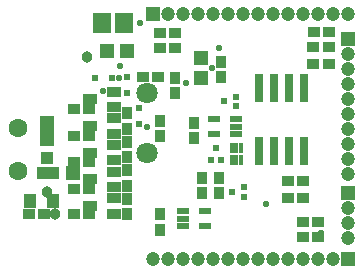
<source format=gts>
%FSAX25Y25*%
%MOIN*%
G70*
G01*
G75*
G04 Layer_Color=8388736*
%ADD10R,0.02362X0.08661*%
%ADD11R,0.03543X0.02756*%
%ADD12R,0.02756X0.03543*%
%ADD13R,0.03622X0.01575*%
%ADD14R,0.01575X0.01575*%
%ADD15R,0.05118X0.05906*%
%ADD16R,0.01575X0.01575*%
%ADD17R,0.03937X0.02756*%
%ADD18R,0.04331X0.03937*%
%ADD19R,0.03347X0.03937*%
%ADD20R,0.03347X0.03937*%
%ADD21R,0.00866X0.02756*%
%ADD22R,0.03937X0.04331*%
%ADD23R,0.03937X0.09055*%
%ADD24C,0.01000*%
%ADD25C,0.00800*%
%ADD26C,0.01200*%
%ADD27C,0.01500*%
%ADD28C,0.02400*%
%ADD29C,0.04000*%
%ADD30C,0.02000*%
%ADD31C,0.02500*%
%ADD32C,0.03543*%
%ADD33C,0.03000*%
%ADD34C,0.01400*%
%ADD35C,0.03000*%
%ADD36C,0.05500*%
%ADD37C,0.06299*%
%ADD38C,0.03937*%
%ADD39R,0.03937X0.03937*%
%ADD40R,0.03937X0.03937*%
%ADD41C,0.01500*%
%ADD42C,0.01300*%
%ADD43C,0.02000*%
%ADD44C,0.02400*%
%ADD45C,0.01400*%
%ADD46C,0.01800*%
G04:AMPARAMS|DCode=47|XSize=193.75mil|YSize=195.16mil|CornerRadius=0mil|HoleSize=0mil|Usage=FLASHONLY|Rotation=45.000|XOffset=0mil|YOffset=0mil|HoleType=Round|Shape=Rectangle|*
%AMROTATEDRECTD47*
4,1,4,0.00050,-0.13750,-0.13750,0.00050,-0.00050,0.13750,0.13750,-0.00050,0.00050,-0.13750,0.0*
%
%ADD47ROTATEDRECTD47*%

%ADD48R,0.05309X0.05255*%
%ADD49R,0.01575X0.03622*%
%ADD50R,0.03937X0.07087*%
%ADD51R,0.03622X0.02362*%
%ADD52R,0.02756X0.00866*%
%ADD53O,0.06102X0.00984*%
%ADD54O,0.00984X0.06102*%
%ADD55R,0.00984X0.06102*%
%ADD56R,0.34252X0.34252*%
%ADD57R,0.02362X0.04331*%
%ADD58R,0.03150X0.01181*%
%ADD59R,0.01181X0.03642*%
%ADD60C,0.00787*%
%ADD61C,0.00984*%
%ADD62C,0.00394*%
%ADD63C,0.00300*%
%ADD64C,0.00500*%
%ADD65C,0.00299*%
%ADD66R,0.03162X0.09461*%
%ADD67R,0.04343X0.03556*%
%ADD68R,0.03556X0.04343*%
%ADD69R,0.04422X0.02375*%
%ADD70R,0.02375X0.02375*%
%ADD71R,0.05918X0.06706*%
%ADD72R,0.02375X0.02375*%
%ADD73R,0.04737X0.03556*%
%ADD74R,0.05131X0.04737*%
%ADD75R,0.04147X0.04737*%
%ADD76R,0.04147X0.04737*%
%ADD77R,0.01666X0.03556*%
%ADD78R,0.04737X0.05131*%
%ADD79R,0.04737X0.09855*%
%ADD80C,0.03800*%
%ADD81C,0.06300*%
%ADD82C,0.07099*%
%ADD83C,0.04737*%
%ADD84R,0.04737X0.04737*%
%ADD85R,0.04737X0.04737*%
%ADD86C,0.02200*%
D18*
X0246354Y0357500D02*
D03*
D19*
X0242600Y0357524D02*
D03*
D22*
X0244300Y0362291D02*
D03*
D66*
X0329950Y0364586D02*
D03*
X0324950D02*
D03*
X0319950D02*
D03*
X0314950D02*
D03*
X0329950Y0385764D02*
D03*
X0324950D02*
D03*
X0319950D02*
D03*
X0314950D02*
D03*
D67*
X0329859Y0349200D02*
D03*
X0324741D02*
D03*
X0338559Y0404500D02*
D03*
X0333441D02*
D03*
X0282041Y0404200D02*
D03*
Y0399000D02*
D03*
X0253441Y0343600D02*
D03*
X0258559D02*
D03*
X0253441Y0352200D02*
D03*
X0258559D02*
D03*
X0253441Y0361100D02*
D03*
X0258559D02*
D03*
X0253441Y0369800D02*
D03*
X0258559D02*
D03*
X0253441Y0378700D02*
D03*
X0258559D02*
D03*
X0276441Y0389500D02*
D03*
X0281559D02*
D03*
X0287159Y0399000D02*
D03*
Y0404200D02*
D03*
X0333141Y0399300D02*
D03*
X0338259D02*
D03*
X0333141Y0393600D02*
D03*
X0338259D02*
D03*
X0238441Y0343600D02*
D03*
X0243559D02*
D03*
X0329759Y0354600D02*
D03*
X0324641D02*
D03*
X0334859Y0336000D02*
D03*
X0329741D02*
D03*
Y0341100D02*
D03*
X0334859D02*
D03*
D68*
X0296200Y0350741D02*
D03*
X0287200Y0383941D02*
D03*
Y0389059D02*
D03*
X0302400Y0394559D02*
D03*
Y0389441D02*
D03*
X0271100Y0358259D02*
D03*
Y0353141D02*
D03*
Y0348759D02*
D03*
Y0343641D02*
D03*
Y0367759D02*
D03*
Y0362641D02*
D03*
Y0377259D02*
D03*
Y0372141D02*
D03*
X0282000Y0374759D02*
D03*
Y0369641D02*
D03*
X0301800Y0355859D02*
D03*
X0296200Y0355859D02*
D03*
X0301800Y0350741D02*
D03*
X0293500Y0374059D02*
D03*
Y0368941D02*
D03*
X0282000Y0343659D02*
D03*
Y0338541D02*
D03*
D69*
X0307540Y0375359D02*
D03*
X0300060Y0370241D02*
D03*
Y0375359D02*
D03*
X0307540Y0372800D02*
D03*
Y0370241D02*
D03*
X0297240Y0339641D02*
D03*
X0289760D02*
D03*
Y0342200D02*
D03*
Y0344759D02*
D03*
X0297240D02*
D03*
D70*
X0302375Y0361831D02*
D03*
X0300800Y0365769D02*
D03*
X0271000Y0389512D02*
D03*
Y0384000D02*
D03*
X0275000Y0373600D02*
D03*
Y0379112D02*
D03*
X0299225Y0361831D02*
D03*
D71*
X0262760Y0407500D02*
D03*
X0270240D02*
D03*
D72*
X0266000Y0389000D02*
D03*
X0260488D02*
D03*
X0307469Y0382875D02*
D03*
X0303532Y0381300D02*
D03*
X0307469Y0379725D02*
D03*
X0306132Y0351000D02*
D03*
X0310068Y0352575D02*
D03*
Y0349425D02*
D03*
D73*
X0266835Y0343841D02*
D03*
Y0348959D02*
D03*
X0258765Y0346400D02*
D03*
X0266835Y0352741D02*
D03*
Y0357859D02*
D03*
X0258765Y0355300D02*
D03*
X0266835Y0361641D02*
D03*
Y0366759D02*
D03*
X0258765Y0364200D02*
D03*
X0266835Y0370541D02*
D03*
Y0375659D02*
D03*
X0258765Y0373100D02*
D03*
X0266835Y0379441D02*
D03*
Y0384559D02*
D03*
X0258765Y0382000D02*
D03*
D74*
X0253046Y0357500D02*
D03*
X0271146Y0398100D02*
D03*
X0264454D02*
D03*
D75*
X0238860Y0348076D02*
D03*
D76*
X0246340Y0348076D02*
D03*
D77*
X0309075Y0361821D02*
D03*
X0307500D02*
D03*
X0305925D02*
D03*
Y0365580D02*
D03*
X0307500D02*
D03*
X0309075D02*
D03*
D78*
X0295700Y0395746D02*
D03*
Y0389054D02*
D03*
D79*
X0244300Y0371346D02*
D03*
D80*
X0247000Y0343600D02*
D03*
X0244500Y0351200D02*
D03*
X0257800Y0396000D02*
D03*
D81*
X0234800Y0358229D02*
D03*
Y0372371D02*
D03*
D82*
X0277800Y0384139D02*
D03*
Y0364061D02*
D03*
D83*
X0344900Y0410500D02*
D03*
X0339900D02*
D03*
X0334900D02*
D03*
X0329900D02*
D03*
X0324900D02*
D03*
X0319900D02*
D03*
X0314900D02*
D03*
X0309900D02*
D03*
X0304900D02*
D03*
X0299900D02*
D03*
X0294900D02*
D03*
X0289900D02*
D03*
X0284900D02*
D03*
X0339900Y0328600D02*
D03*
X0334900D02*
D03*
X0329900D02*
D03*
X0324900D02*
D03*
X0319900D02*
D03*
X0314900D02*
D03*
X0309900D02*
D03*
X0304900D02*
D03*
X0299900D02*
D03*
X0294900D02*
D03*
X0289900D02*
D03*
X0284900D02*
D03*
X0279900D02*
D03*
X0344900Y0335600D02*
D03*
Y0340600D02*
D03*
Y0345600D02*
D03*
Y0357100D02*
D03*
Y0362100D02*
D03*
Y0367100D02*
D03*
Y0372100D02*
D03*
Y0377100D02*
D03*
Y0382100D02*
D03*
Y0387100D02*
D03*
Y0392100D02*
D03*
Y0397100D02*
D03*
D84*
X0279900Y0410500D02*
D03*
X0344900Y0328600D02*
D03*
D85*
Y0350600D02*
D03*
Y0402100D02*
D03*
D86*
X0277700Y0372800D02*
D03*
X0268500Y0388900D02*
D03*
X0290700Y0387400D02*
D03*
X0301600Y0399000D02*
D03*
X0299400Y0392500D02*
D03*
X0268900Y0393200D02*
D03*
X0263100Y0384700D02*
D03*
X0317500Y0347100D02*
D03*
X0330900Y0340300D02*
D03*
X0275500Y0407300D02*
D03*
X0335600Y0337300D02*
D03*
M02*

</source>
